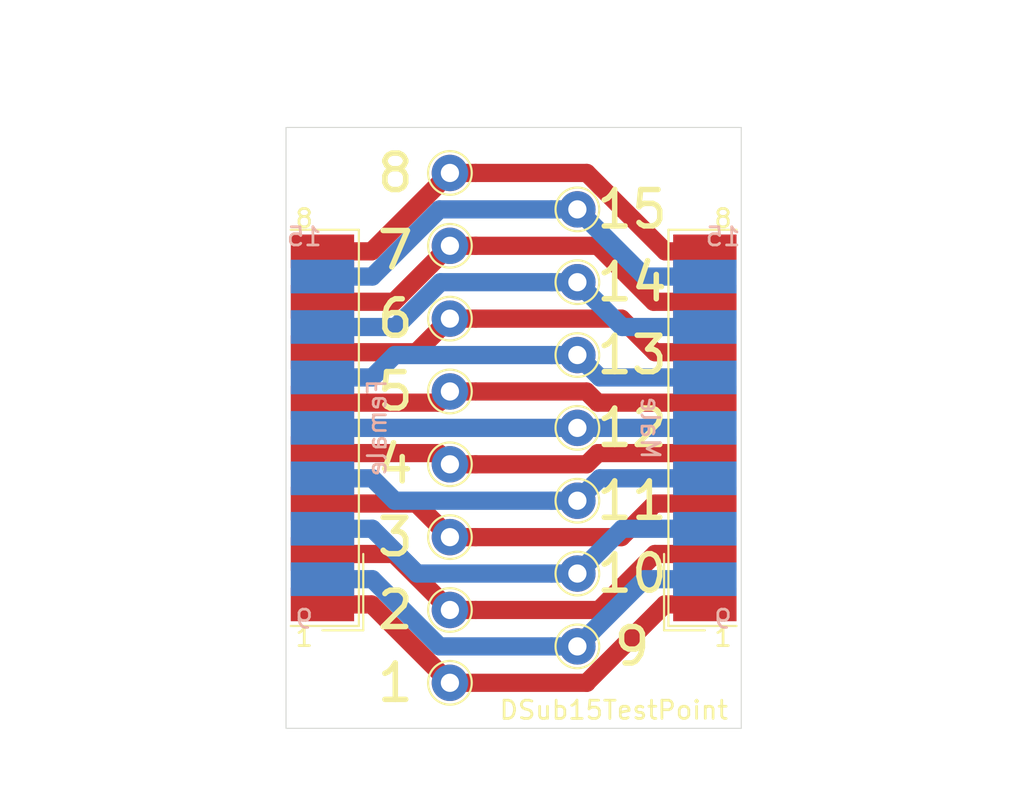
<source format=kicad_pcb>
(kicad_pcb (version 20171130) (host pcbnew "(5.1.5)-3")

  (general
    (thickness 1.6)
    (drawings 27)
    (tracks 86)
    (zones 0)
    (modules 17)
    (nets 16)
  )

  (page A4)
  (layers
    (0 F.Cu signal)
    (31 B.Cu signal)
    (32 B.Adhes user)
    (33 F.Adhes user)
    (34 B.Paste user)
    (35 F.Paste user)
    (36 B.SilkS user)
    (37 F.SilkS user)
    (38 B.Mask user)
    (39 F.Mask user)
    (40 Dwgs.User user)
    (41 Cmts.User user)
    (42 Eco1.User user)
    (43 Eco2.User user)
    (44 Edge.Cuts user)
    (45 Margin user)
    (46 B.CrtYd user)
    (47 F.CrtYd user)
    (48 B.Fab user)
    (49 F.Fab user)
  )

  (setup
    (last_trace_width 0.25)
    (trace_clearance 0.2)
    (zone_clearance 0.508)
    (zone_45_only no)
    (trace_min 0.2)
    (via_size 0.8)
    (via_drill 0.4)
    (via_min_size 0.4)
    (via_min_drill 0.3)
    (uvia_size 0.3)
    (uvia_drill 0.1)
    (uvias_allowed no)
    (uvia_min_size 0.2)
    (uvia_min_drill 0.1)
    (edge_width 0.05)
    (segment_width 0.2)
    (pcb_text_width 0.3)
    (pcb_text_size 1.5 1.5)
    (mod_edge_width 0.12)
    (mod_text_size 1 1)
    (mod_text_width 0.15)
    (pad_size 1.524 1.524)
    (pad_drill 0.762)
    (pad_to_mask_clearance 0.051)
    (solder_mask_min_width 0.25)
    (aux_axis_origin 0 0)
    (visible_elements 7FFFFFFF)
    (pcbplotparams
      (layerselection 0x010fc_ffffffff)
      (usegerberextensions false)
      (usegerberattributes false)
      (usegerberadvancedattributes false)
      (creategerberjobfile false)
      (excludeedgelayer true)
      (linewidth 0.100000)
      (plotframeref false)
      (viasonmask false)
      (mode 1)
      (useauxorigin false)
      (hpglpennumber 1)
      (hpglpenspeed 20)
      (hpglpendiameter 15.000000)
      (psnegative false)
      (psa4output false)
      (plotreference true)
      (plotvalue true)
      (plotinvisibletext false)
      (padsonsilk false)
      (subtractmaskfromsilk false)
      (outputformat 1)
      (mirror false)
      (drillshape 1)
      (scaleselection 1)
      (outputdirectory ""))
  )

  (net 0 "")
  (net 1 P1)
  (net 2 P2)
  (net 3 P3)
  (net 4 P4)
  (net 5 P5)
  (net 6 P6)
  (net 7 P7)
  (net 8 P8)
  (net 9 P9)
  (net 10 P10)
  (net 11 P11)
  (net 12 P12)
  (net 13 P13)
  (net 14 P14)
  (net 15 P15)

  (net_class Default "これはデフォルトのネット クラスです。"
    (clearance 0.2)
    (trace_width 0.25)
    (via_dia 0.8)
    (via_drill 0.4)
    (uvia_dia 0.3)
    (uvia_drill 0.1)
    (add_net P1)
    (add_net P10)
    (add_net P11)
    (add_net P12)
    (add_net P13)
    (add_net P14)
    (add_net P15)
    (add_net P2)
    (add_net P3)
    (add_net P4)
    (add_net P5)
    (add_net P6)
    (add_net P7)
    (add_net P8)
    (add_net P9)
  )

  (module Connector_Dsub:DSUB-15_Female_EdgeMount_P2.77mm (layer F.Cu) (tedit 59FEDEE2) (tstamp 6059F679)
    (at 42 56.5 270)
    (descr "15-pin D-Sub connector, solder-cups edge-mounted, female, x-pin-pitch 2.77mm, distance of mounting holes 33.3mm, see https://disti-assets.s3.amazonaws.com/tonar/files/datasheets/16730.pdf")
    (tags "15-pin D-Sub connector edge mount solder cup female x-pin-pitch 2.77mm mounting holes distance 33.3mm")
    (path /60599B64)
    (attr smd)
    (fp_text reference J1 (at -13.618333 0 90) (layer F.SilkS) hide
      (effects (font (size 1 1) (thickness 0.15)))
    )
    (fp_text value DB15_Female (at 0 16.86 90) (layer F.Fab)
      (effects (font (size 1 1) (thickness 0.15)))
    )
    (fp_line (start 9.095 -0.91) (end 9.095 1.99) (layer F.Fab) (width 0.1))
    (fp_line (start 9.095 1.99) (end 10.295 1.99) (layer F.Fab) (width 0.1))
    (fp_line (start 10.295 1.99) (end 10.295 -0.91) (layer F.Fab) (width 0.1))
    (fp_line (start 10.295 -0.91) (end 9.095 -0.91) (layer F.Fab) (width 0.1))
    (fp_line (start 6.325 -0.91) (end 6.325 1.99) (layer F.Fab) (width 0.1))
    (fp_line (start 6.325 1.99) (end 7.525 1.99) (layer F.Fab) (width 0.1))
    (fp_line (start 7.525 1.99) (end 7.525 -0.91) (layer F.Fab) (width 0.1))
    (fp_line (start 7.525 -0.91) (end 6.325 -0.91) (layer F.Fab) (width 0.1))
    (fp_line (start 3.555 -0.91) (end 3.555 1.99) (layer F.Fab) (width 0.1))
    (fp_line (start 3.555 1.99) (end 4.755 1.99) (layer F.Fab) (width 0.1))
    (fp_line (start 4.755 1.99) (end 4.755 -0.91) (layer F.Fab) (width 0.1))
    (fp_line (start 4.755 -0.91) (end 3.555 -0.91) (layer F.Fab) (width 0.1))
    (fp_line (start 0.785 -0.91) (end 0.785 1.99) (layer F.Fab) (width 0.1))
    (fp_line (start 0.785 1.99) (end 1.985 1.99) (layer F.Fab) (width 0.1))
    (fp_line (start 1.985 1.99) (end 1.985 -0.91) (layer F.Fab) (width 0.1))
    (fp_line (start 1.985 -0.91) (end 0.785 -0.91) (layer F.Fab) (width 0.1))
    (fp_line (start -1.985 -0.91) (end -1.985 1.99) (layer F.Fab) (width 0.1))
    (fp_line (start -1.985 1.99) (end -0.785 1.99) (layer F.Fab) (width 0.1))
    (fp_line (start -0.785 1.99) (end -0.785 -0.91) (layer F.Fab) (width 0.1))
    (fp_line (start -0.785 -0.91) (end -1.985 -0.91) (layer F.Fab) (width 0.1))
    (fp_line (start -4.755 -0.91) (end -4.755 1.99) (layer F.Fab) (width 0.1))
    (fp_line (start -4.755 1.99) (end -3.555 1.99) (layer F.Fab) (width 0.1))
    (fp_line (start -3.555 1.99) (end -3.555 -0.91) (layer F.Fab) (width 0.1))
    (fp_line (start -3.555 -0.91) (end -4.755 -0.91) (layer F.Fab) (width 0.1))
    (fp_line (start -7.525 -0.91) (end -7.525 1.99) (layer F.Fab) (width 0.1))
    (fp_line (start -7.525 1.99) (end -6.325 1.99) (layer F.Fab) (width 0.1))
    (fp_line (start -6.325 1.99) (end -6.325 -0.91) (layer F.Fab) (width 0.1))
    (fp_line (start -6.325 -0.91) (end -7.525 -0.91) (layer F.Fab) (width 0.1))
    (fp_line (start -10.295 -0.91) (end -10.295 1.99) (layer F.Fab) (width 0.1))
    (fp_line (start -10.295 1.99) (end -9.095 1.99) (layer F.Fab) (width 0.1))
    (fp_line (start -9.095 1.99) (end -9.095 -0.91) (layer F.Fab) (width 0.1))
    (fp_line (start -9.095 -0.91) (end -10.295 -0.91) (layer F.Fab) (width 0.1))
    (fp_line (start 7.71 -0.91) (end 7.71 1.99) (layer B.Fab) (width 0.1))
    (fp_line (start 7.71 1.99) (end 8.91 1.99) (layer B.Fab) (width 0.1))
    (fp_line (start 8.91 1.99) (end 8.91 -0.91) (layer B.Fab) (width 0.1))
    (fp_line (start 8.91 -0.91) (end 7.71 -0.91) (layer B.Fab) (width 0.1))
    (fp_line (start 4.94 -0.91) (end 4.94 1.99) (layer B.Fab) (width 0.1))
    (fp_line (start 4.94 1.99) (end 6.14 1.99) (layer B.Fab) (width 0.1))
    (fp_line (start 6.14 1.99) (end 6.14 -0.91) (layer B.Fab) (width 0.1))
    (fp_line (start 6.14 -0.91) (end 4.94 -0.91) (layer B.Fab) (width 0.1))
    (fp_line (start 2.17 -0.91) (end 2.17 1.99) (layer B.Fab) (width 0.1))
    (fp_line (start 2.17 1.99) (end 3.37 1.99) (layer B.Fab) (width 0.1))
    (fp_line (start 3.37 1.99) (end 3.37 -0.91) (layer B.Fab) (width 0.1))
    (fp_line (start 3.37 -0.91) (end 2.17 -0.91) (layer B.Fab) (width 0.1))
    (fp_line (start -0.6 -0.91) (end -0.6 1.99) (layer B.Fab) (width 0.1))
    (fp_line (start -0.6 1.99) (end 0.6 1.99) (layer B.Fab) (width 0.1))
    (fp_line (start 0.6 1.99) (end 0.6 -0.91) (layer B.Fab) (width 0.1))
    (fp_line (start 0.6 -0.91) (end -0.6 -0.91) (layer B.Fab) (width 0.1))
    (fp_line (start -3.37 -0.91) (end -3.37 1.99) (layer B.Fab) (width 0.1))
    (fp_line (start -3.37 1.99) (end -2.17 1.99) (layer B.Fab) (width 0.1))
    (fp_line (start -2.17 1.99) (end -2.17 -0.91) (layer B.Fab) (width 0.1))
    (fp_line (start -2.17 -0.91) (end -3.37 -0.91) (layer B.Fab) (width 0.1))
    (fp_line (start -6.14 -0.91) (end -6.14 1.99) (layer B.Fab) (width 0.1))
    (fp_line (start -6.14 1.99) (end -4.94 1.99) (layer B.Fab) (width 0.1))
    (fp_line (start -4.94 1.99) (end -4.94 -0.91) (layer B.Fab) (width 0.1))
    (fp_line (start -4.94 -0.91) (end -6.14 -0.91) (layer B.Fab) (width 0.1))
    (fp_line (start -8.91 -0.91) (end -8.91 1.99) (layer B.Fab) (width 0.1))
    (fp_line (start -8.91 1.99) (end -7.71 1.99) (layer B.Fab) (width 0.1))
    (fp_line (start -7.71 1.99) (end -7.71 -0.91) (layer B.Fab) (width 0.1))
    (fp_line (start -7.71 -0.91) (end -8.91 -0.91) (layer B.Fab) (width 0.1))
    (fp_line (start -11.7 1.99) (end -11.7 4.79) (layer F.Fab) (width 0.1))
    (fp_line (start -11.7 4.79) (end 11.7 4.79) (layer F.Fab) (width 0.1))
    (fp_line (start 11.7 4.79) (end 11.7 1.99) (layer F.Fab) (width 0.1))
    (fp_line (start 11.7 1.99) (end -11.7 1.99) (layer F.Fab) (width 0.1))
    (fp_line (start -12.7 4.79) (end -12.7 9.29) (layer F.Fab) (width 0.1))
    (fp_line (start -12.7 9.29) (end 12.7 9.29) (layer F.Fab) (width 0.1))
    (fp_line (start 12.7 9.29) (end 12.7 4.79) (layer F.Fab) (width 0.1))
    (fp_line (start 12.7 4.79) (end -12.7 4.79) (layer F.Fab) (width 0.1))
    (fp_line (start -19.6 9.29) (end -19.6 9.69) (layer F.Fab) (width 0.1))
    (fp_line (start -19.6 9.69) (end 19.6 9.69) (layer F.Fab) (width 0.1))
    (fp_line (start 19.6 9.69) (end 19.6 9.29) (layer F.Fab) (width 0.1))
    (fp_line (start 19.6 9.29) (end -19.6 9.29) (layer F.Fab) (width 0.1))
    (fp_line (start -12.3 9.69) (end -12.3 15.86) (layer F.Fab) (width 0.1))
    (fp_line (start -12.3 15.86) (end 12.3 15.86) (layer F.Fab) (width 0.1))
    (fp_line (start 12.3 15.86) (end 12.3 9.69) (layer F.Fab) (width 0.1))
    (fp_line (start 12.3 9.69) (end -12.3 9.69) (layer F.Fab) (width 0.1))
    (fp_line (start -11.15 -2.25) (end 11.15 -2.25) (layer F.CrtYd) (width 0.05))
    (fp_line (start 11.15 -2.25) (end 11.15 1.5) (layer F.CrtYd) (width 0.05))
    (fp_line (start 11.15 1.5) (end 12.2 1.5) (layer F.CrtYd) (width 0.05))
    (fp_line (start 12.2 1.5) (end 12.2 4.3) (layer F.CrtYd) (width 0.05))
    (fp_line (start 12.2 4.3) (end 13.2 4.3) (layer F.CrtYd) (width 0.05))
    (fp_line (start 13.2 4.3) (end 13.2 8.8) (layer F.CrtYd) (width 0.05))
    (fp_line (start 13.2 8.8) (end 20.1 8.8) (layer F.CrtYd) (width 0.05))
    (fp_line (start 20.1 8.8) (end 20.1 10.2) (layer F.CrtYd) (width 0.05))
    (fp_line (start 20.1 10.2) (end 12.8 10.2) (layer F.CrtYd) (width 0.05))
    (fp_line (start 12.8 10.2) (end 12.8 16.4) (layer F.CrtYd) (width 0.05))
    (fp_line (start 12.8 16.4) (end -12.8 16.4) (layer F.CrtYd) (width 0.05))
    (fp_line (start -12.8 16.4) (end -12.8 10.2) (layer F.CrtYd) (width 0.05))
    (fp_line (start -12.8 10.2) (end -20.1 10.2) (layer F.CrtYd) (width 0.05))
    (fp_line (start -20.1 10.2) (end -20.1 8.8) (layer F.CrtYd) (width 0.05))
    (fp_line (start -20.1 8.8) (end -13.2 8.8) (layer F.CrtYd) (width 0.05))
    (fp_line (start -13.2 8.8) (end -13.2 4.3) (layer F.CrtYd) (width 0.05))
    (fp_line (start -13.2 4.3) (end -12.2 4.3) (layer F.CrtYd) (width 0.05))
    (fp_line (start -12.2 4.3) (end -12.2 1.5) (layer F.CrtYd) (width 0.05))
    (fp_line (start -12.2 1.5) (end -11.15 1.5) (layer F.CrtYd) (width 0.05))
    (fp_line (start -11.15 1.5) (end -11.15 -2.25) (layer F.CrtYd) (width 0.05))
    (fp_line (start 10.878333 1.74) (end 10.878333 -2) (layer F.SilkS) (width 0.12))
    (fp_line (start 10.878333 -2) (end -10.878333 -2) (layer F.SilkS) (width 0.12))
    (fp_line (start -10.878333 -2) (end -10.878333 1.74) (layer F.SilkS) (width 0.12))
    (fp_line (start 11.118333 0) (end 11.118333 -2.24) (layer F.SilkS) (width 0.12))
    (fp_line (start 11.118333 -2.24) (end 6.925 -2.24) (layer F.SilkS) (width 0.12))
    (fp_line (start -19.6 1.99) (end 19.6 1.99) (layer Dwgs.User) (width 0.05))
    (fp_text user %R (at 0 3.39 90) (layer F.Fab)
      (effects (font (size 1 1) (thickness 0.15)))
    )
    (fp_text user "PCB edge" (at -14.6 1.323333 90) (layer Dwgs.User)
      (effects (font (size 0.5 0.5) (thickness 0.075)))
    )
    (pad 1 smd rect (at 9.695 0 270) (size 1.846667 3.48) (layers F.Cu F.Paste F.Mask)
      (net 1 P1))
    (pad 2 smd rect (at 6.925 0 270) (size 1.846667 3.48) (layers F.Cu F.Paste F.Mask)
      (net 2 P2))
    (pad 3 smd rect (at 4.155 0 270) (size 1.846667 3.48) (layers F.Cu F.Paste F.Mask)
      (net 3 P3))
    (pad 4 smd rect (at 1.385 0 270) (size 1.846667 3.48) (layers F.Cu F.Paste F.Mask)
      (net 4 P4))
    (pad 5 smd rect (at -1.385 0 270) (size 1.846667 3.48) (layers F.Cu F.Paste F.Mask)
      (net 5 P5))
    (pad 6 smd rect (at -4.155 0 270) (size 1.846667 3.48) (layers F.Cu F.Paste F.Mask)
      (net 6 P6))
    (pad 7 smd rect (at -6.925 0 270) (size 1.846667 3.48) (layers F.Cu F.Paste F.Mask)
      (net 7 P7))
    (pad 8 smd rect (at -9.695 0 270) (size 1.846667 3.48) (layers F.Cu F.Paste F.Mask)
      (net 8 P8))
    (pad 9 smd rect (at 8.31 0 270) (size 1.846667 3.48) (layers B.Cu B.Paste B.Mask)
      (net 9 P9))
    (pad 10 smd rect (at 5.54 0 270) (size 1.846667 3.48) (layers B.Cu B.Paste B.Mask)
      (net 10 P10))
    (pad 11 smd rect (at 2.77 0 270) (size 1.846667 3.48) (layers B.Cu B.Paste B.Mask)
      (net 11 P11))
    (pad 12 smd rect (at 0 0 270) (size 1.846667 3.48) (layers B.Cu B.Paste B.Mask)
      (net 12 P12))
    (pad 13 smd rect (at -2.77 0 270) (size 1.846667 3.48) (layers B.Cu B.Paste B.Mask)
      (net 13 P13))
    (pad 14 smd rect (at -5.54 0 270) (size 1.846667 3.48) (layers B.Cu B.Paste B.Mask)
      (net 14 P14))
    (pad 15 smd rect (at -8.31 0 270) (size 1.846667 3.48) (layers B.Cu B.Paste B.Mask)
      (net 15 P15))
    (model ${KISYS3DMOD}/Connector_Dsub.3dshapes/DSUB-15_Female_EdgeMount_P2.77mm.wrl
      (at (xyz 0 0 0))
      (scale (xyz 1 1 1))
      (rotate (xyz 0 0 0))
    )
  )

  (module Connector_Dsub:DSUB-15_Male_EdgeMount_P2.77mm (layer F.Cu) (tedit 59FEDEE2) (tstamp 6059F6F4)
    (at 63 56.5 90)
    (descr "15-pin D-Sub connector, solder-cups edge-mounted, male, x-pin-pitch 2.77mm, distance of mounting holes 33.3mm, see https://disti-assets.s3.amazonaws.com/tonar/files/datasheets/16730.pdf")
    (tags "15-pin D-Sub connector edge mount solder cup male x-pin-pitch 2.77mm mounting holes distance 33.3mm")
    (path /6059B018)
    (attr smd)
    (fp_text reference J2 (at -13.618333 0 90) (layer F.SilkS) hide
      (effects (font (size 1 1) (thickness 0.15)))
    )
    (fp_text value DB15_Male (at 0 16.69 90) (layer F.Fab)
      (effects (font (size 1 1) (thickness 0.15)))
    )
    (fp_line (start -10.295 -0.91) (end -10.295 1.99) (layer F.Fab) (width 0.1))
    (fp_line (start -10.295 1.99) (end -9.095 1.99) (layer F.Fab) (width 0.1))
    (fp_line (start -9.095 1.99) (end -9.095 -0.91) (layer F.Fab) (width 0.1))
    (fp_line (start -9.095 -0.91) (end -10.295 -0.91) (layer F.Fab) (width 0.1))
    (fp_line (start -7.525 -0.91) (end -7.525 1.99) (layer F.Fab) (width 0.1))
    (fp_line (start -7.525 1.99) (end -6.325 1.99) (layer F.Fab) (width 0.1))
    (fp_line (start -6.325 1.99) (end -6.325 -0.91) (layer F.Fab) (width 0.1))
    (fp_line (start -6.325 -0.91) (end -7.525 -0.91) (layer F.Fab) (width 0.1))
    (fp_line (start -4.755 -0.91) (end -4.755 1.99) (layer F.Fab) (width 0.1))
    (fp_line (start -4.755 1.99) (end -3.555 1.99) (layer F.Fab) (width 0.1))
    (fp_line (start -3.555 1.99) (end -3.555 -0.91) (layer F.Fab) (width 0.1))
    (fp_line (start -3.555 -0.91) (end -4.755 -0.91) (layer F.Fab) (width 0.1))
    (fp_line (start -1.985 -0.91) (end -1.985 1.99) (layer F.Fab) (width 0.1))
    (fp_line (start -1.985 1.99) (end -0.785 1.99) (layer F.Fab) (width 0.1))
    (fp_line (start -0.785 1.99) (end -0.785 -0.91) (layer F.Fab) (width 0.1))
    (fp_line (start -0.785 -0.91) (end -1.985 -0.91) (layer F.Fab) (width 0.1))
    (fp_line (start 0.785 -0.91) (end 0.785 1.99) (layer F.Fab) (width 0.1))
    (fp_line (start 0.785 1.99) (end 1.985 1.99) (layer F.Fab) (width 0.1))
    (fp_line (start 1.985 1.99) (end 1.985 -0.91) (layer F.Fab) (width 0.1))
    (fp_line (start 1.985 -0.91) (end 0.785 -0.91) (layer F.Fab) (width 0.1))
    (fp_line (start 3.555 -0.91) (end 3.555 1.99) (layer F.Fab) (width 0.1))
    (fp_line (start 3.555 1.99) (end 4.755 1.99) (layer F.Fab) (width 0.1))
    (fp_line (start 4.755 1.99) (end 4.755 -0.91) (layer F.Fab) (width 0.1))
    (fp_line (start 4.755 -0.91) (end 3.555 -0.91) (layer F.Fab) (width 0.1))
    (fp_line (start 6.325 -0.91) (end 6.325 1.99) (layer F.Fab) (width 0.1))
    (fp_line (start 6.325 1.99) (end 7.525 1.99) (layer F.Fab) (width 0.1))
    (fp_line (start 7.525 1.99) (end 7.525 -0.91) (layer F.Fab) (width 0.1))
    (fp_line (start 7.525 -0.91) (end 6.325 -0.91) (layer F.Fab) (width 0.1))
    (fp_line (start 9.095 -0.91) (end 9.095 1.99) (layer F.Fab) (width 0.1))
    (fp_line (start 9.095 1.99) (end 10.295 1.99) (layer F.Fab) (width 0.1))
    (fp_line (start 10.295 1.99) (end 10.295 -0.91) (layer F.Fab) (width 0.1))
    (fp_line (start 10.295 -0.91) (end 9.095 -0.91) (layer F.Fab) (width 0.1))
    (fp_line (start -8.91 -0.91) (end -8.91 1.99) (layer B.Fab) (width 0.1))
    (fp_line (start -8.91 1.99) (end -7.71 1.99) (layer B.Fab) (width 0.1))
    (fp_line (start -7.71 1.99) (end -7.71 -0.91) (layer B.Fab) (width 0.1))
    (fp_line (start -7.71 -0.91) (end -8.91 -0.91) (layer B.Fab) (width 0.1))
    (fp_line (start -6.14 -0.91) (end -6.14 1.99) (layer B.Fab) (width 0.1))
    (fp_line (start -6.14 1.99) (end -4.94 1.99) (layer B.Fab) (width 0.1))
    (fp_line (start -4.94 1.99) (end -4.94 -0.91) (layer B.Fab) (width 0.1))
    (fp_line (start -4.94 -0.91) (end -6.14 -0.91) (layer B.Fab) (width 0.1))
    (fp_line (start -3.37 -0.91) (end -3.37 1.99) (layer B.Fab) (width 0.1))
    (fp_line (start -3.37 1.99) (end -2.17 1.99) (layer B.Fab) (width 0.1))
    (fp_line (start -2.17 1.99) (end -2.17 -0.91) (layer B.Fab) (width 0.1))
    (fp_line (start -2.17 -0.91) (end -3.37 -0.91) (layer B.Fab) (width 0.1))
    (fp_line (start -0.6 -0.91) (end -0.6 1.99) (layer B.Fab) (width 0.1))
    (fp_line (start -0.6 1.99) (end 0.6 1.99) (layer B.Fab) (width 0.1))
    (fp_line (start 0.6 1.99) (end 0.6 -0.91) (layer B.Fab) (width 0.1))
    (fp_line (start 0.6 -0.91) (end -0.6 -0.91) (layer B.Fab) (width 0.1))
    (fp_line (start 2.17 -0.91) (end 2.17 1.99) (layer B.Fab) (width 0.1))
    (fp_line (start 2.17 1.99) (end 3.37 1.99) (layer B.Fab) (width 0.1))
    (fp_line (start 3.37 1.99) (end 3.37 -0.91) (layer B.Fab) (width 0.1))
    (fp_line (start 3.37 -0.91) (end 2.17 -0.91) (layer B.Fab) (width 0.1))
    (fp_line (start 4.94 -0.91) (end 4.94 1.99) (layer B.Fab) (width 0.1))
    (fp_line (start 4.94 1.99) (end 6.14 1.99) (layer B.Fab) (width 0.1))
    (fp_line (start 6.14 1.99) (end 6.14 -0.91) (layer B.Fab) (width 0.1))
    (fp_line (start 6.14 -0.91) (end 4.94 -0.91) (layer B.Fab) (width 0.1))
    (fp_line (start 7.71 -0.91) (end 7.71 1.99) (layer B.Fab) (width 0.1))
    (fp_line (start 7.71 1.99) (end 8.91 1.99) (layer B.Fab) (width 0.1))
    (fp_line (start 8.91 1.99) (end 8.91 -0.91) (layer B.Fab) (width 0.1))
    (fp_line (start 8.91 -0.91) (end 7.71 -0.91) (layer B.Fab) (width 0.1))
    (fp_line (start -11.7 1.99) (end -11.7 4.79) (layer F.Fab) (width 0.1))
    (fp_line (start -11.7 4.79) (end 11.7 4.79) (layer F.Fab) (width 0.1))
    (fp_line (start 11.7 4.79) (end 11.7 1.99) (layer F.Fab) (width 0.1))
    (fp_line (start 11.7 1.99) (end -11.7 1.99) (layer F.Fab) (width 0.1))
    (fp_line (start -12.7 4.79) (end -12.7 9.29) (layer F.Fab) (width 0.1))
    (fp_line (start -12.7 9.29) (end 12.7 9.29) (layer F.Fab) (width 0.1))
    (fp_line (start 12.7 9.29) (end 12.7 4.79) (layer F.Fab) (width 0.1))
    (fp_line (start 12.7 4.79) (end -12.7 4.79) (layer F.Fab) (width 0.1))
    (fp_line (start -19.6 9.29) (end -19.6 9.69) (layer F.Fab) (width 0.1))
    (fp_line (start -19.6 9.69) (end 19.6 9.69) (layer F.Fab) (width 0.1))
    (fp_line (start 19.6 9.69) (end 19.6 9.29) (layer F.Fab) (width 0.1))
    (fp_line (start 19.6 9.29) (end -19.6 9.29) (layer F.Fab) (width 0.1))
    (fp_line (start -12.3 9.69) (end -12.3 15.69) (layer F.Fab) (width 0.1))
    (fp_line (start -12.3 15.69) (end 12.3 15.69) (layer F.Fab) (width 0.1))
    (fp_line (start 12.3 15.69) (end 12.3 9.69) (layer F.Fab) (width 0.1))
    (fp_line (start 12.3 9.69) (end -12.3 9.69) (layer F.Fab) (width 0.1))
    (fp_line (start -11.15 -2.25) (end 11.15 -2.25) (layer F.CrtYd) (width 0.05))
    (fp_line (start 11.15 -2.25) (end 11.15 1.5) (layer F.CrtYd) (width 0.05))
    (fp_line (start 11.15 1.5) (end 12.2 1.5) (layer F.CrtYd) (width 0.05))
    (fp_line (start 12.2 1.5) (end 12.2 4.3) (layer F.CrtYd) (width 0.05))
    (fp_line (start 12.2 4.3) (end 13.2 4.3) (layer F.CrtYd) (width 0.05))
    (fp_line (start 13.2 4.3) (end 13.2 8.8) (layer F.CrtYd) (width 0.05))
    (fp_line (start 13.2 8.8) (end 20.1 8.8) (layer F.CrtYd) (width 0.05))
    (fp_line (start 20.1 8.8) (end 20.1 10.2) (layer F.CrtYd) (width 0.05))
    (fp_line (start 20.1 10.2) (end 12.8 10.2) (layer F.CrtYd) (width 0.05))
    (fp_line (start 12.8 10.2) (end 12.8 16.2) (layer F.CrtYd) (width 0.05))
    (fp_line (start 12.8 16.2) (end -12.8 16.2) (layer F.CrtYd) (width 0.05))
    (fp_line (start -12.8 16.2) (end -12.8 10.2) (layer F.CrtYd) (width 0.05))
    (fp_line (start -12.8 10.2) (end -20.1 10.2) (layer F.CrtYd) (width 0.05))
    (fp_line (start -20.1 10.2) (end -20.1 8.8) (layer F.CrtYd) (width 0.05))
    (fp_line (start -20.1 8.8) (end -13.2 8.8) (layer F.CrtYd) (width 0.05))
    (fp_line (start -13.2 8.8) (end -13.2 4.3) (layer F.CrtYd) (width 0.05))
    (fp_line (start -13.2 4.3) (end -12.2 4.3) (layer F.CrtYd) (width 0.05))
    (fp_line (start -12.2 4.3) (end -12.2 1.5) (layer F.CrtYd) (width 0.05))
    (fp_line (start -12.2 1.5) (end -11.15 1.5) (layer F.CrtYd) (width 0.05))
    (fp_line (start -11.15 1.5) (end -11.15 -2.25) (layer F.CrtYd) (width 0.05))
    (fp_line (start 10.878333 1.74) (end 10.878333 -2) (layer F.SilkS) (width 0.12))
    (fp_line (start 10.878333 -2) (end -10.878333 -2) (layer F.SilkS) (width 0.12))
    (fp_line (start -10.878333 -2) (end -10.878333 1.74) (layer F.SilkS) (width 0.12))
    (fp_line (start -11.118333 0) (end -11.118333 -2.24) (layer F.SilkS) (width 0.12))
    (fp_line (start -11.118333 -2.24) (end -6.925 -2.24) (layer F.SilkS) (width 0.12))
    (fp_line (start -19.6 1.99) (end 19.6 1.99) (layer Dwgs.User) (width 0.05))
    (fp_text user %R (at 0 3.39 90) (layer F.Fab)
      (effects (font (size 1 1) (thickness 0.15)))
    )
    (fp_text user "PCB edge" (at -14.6 1.323333 90) (layer Dwgs.User)
      (effects (font (size 0.5 0.5) (thickness 0.075)))
    )
    (pad 1 smd rect (at -9.695 0 90) (size 1.846667 3.48) (layers F.Cu F.Paste F.Mask)
      (net 1 P1))
    (pad 2 smd rect (at -6.925 0 90) (size 1.846667 3.48) (layers F.Cu F.Paste F.Mask)
      (net 2 P2))
    (pad 3 smd rect (at -4.155 0 90) (size 1.846667 3.48) (layers F.Cu F.Paste F.Mask)
      (net 3 P3))
    (pad 4 smd rect (at -1.385 0 90) (size 1.846667 3.48) (layers F.Cu F.Paste F.Mask)
      (net 4 P4))
    (pad 5 smd rect (at 1.385 0 90) (size 1.846667 3.48) (layers F.Cu F.Paste F.Mask)
      (net 5 P5))
    (pad 6 smd rect (at 4.155 0 90) (size 1.846667 3.48) (layers F.Cu F.Paste F.Mask)
      (net 6 P6))
    (pad 7 smd rect (at 6.925 0 90) (size 1.846667 3.48) (layers F.Cu F.Paste F.Mask)
      (net 7 P7))
    (pad 8 smd rect (at 9.695 0 90) (size 1.846667 3.48) (layers F.Cu F.Paste F.Mask)
      (net 8 P8))
    (pad 9 smd rect (at -8.31 0 90) (size 1.846667 3.48) (layers B.Cu B.Paste B.Mask)
      (net 9 P9))
    (pad 10 smd rect (at -5.54 0 90) (size 1.846667 3.48) (layers B.Cu B.Paste B.Mask)
      (net 10 P10))
    (pad 11 smd rect (at -2.77 0 90) (size 1.846667 3.48) (layers B.Cu B.Paste B.Mask)
      (net 11 P11))
    (pad 12 smd rect (at 0 0 90) (size 1.846667 3.48) (layers B.Cu B.Paste B.Mask)
      (net 12 P12))
    (pad 13 smd rect (at 2.77 0 90) (size 1.846667 3.48) (layers B.Cu B.Paste B.Mask)
      (net 13 P13))
    (pad 14 smd rect (at 5.54 0 90) (size 1.846667 3.48) (layers B.Cu B.Paste B.Mask)
      (net 14 P14))
    (pad 15 smd rect (at 8.31 0 90) (size 1.846667 3.48) (layers B.Cu B.Paste B.Mask)
      (net 15 P15))
    (model ${KISYS3DMOD}/Connector_Dsub.3dshapes/DSUB-15_Male_EdgeMount_P2.77mm.wrl
      (at (xyz 0 0 0))
      (scale (xyz 1 1 1))
      (rotate (xyz 0 0 0))
    )
  )

  (module TestPoint:TestPoint_THTPad_D2.0mm_Drill1.0mm (layer F.Cu) (tedit 5A0F774F) (tstamp 6059F6FC)
    (at 49 70.5)
    (descr "THT pad as test Point, diameter 2.0mm, hole diameter 1.0mm")
    (tags "test point THT pad")
    (path /6059C2A5)
    (attr virtual)
    (fp_text reference 1 (at -3 0) (layer F.SilkS)
      (effects (font (size 2 2) (thickness 0.3)))
    )
    (fp_text value TestPoint (at 0 2.05) (layer F.Fab)
      (effects (font (size 1 1) (thickness 0.15)))
    )
    (fp_text user %R (at 0 -2) (layer F.Fab)
      (effects (font (size 1 1) (thickness 0.15)))
    )
    (fp_circle (center 0 0) (end 1.5 0) (layer F.CrtYd) (width 0.05))
    (fp_circle (center 0 0) (end 0 1.2) (layer F.SilkS) (width 0.12))
    (pad 1 thru_hole circle (at 0 0) (size 2 2) (drill 1) (layers *.Cu *.Mask)
      (net 1 P1))
  )

  (module TestPoint:TestPoint_THTPad_D2.0mm_Drill1.0mm (layer F.Cu) (tedit 5A0F774F) (tstamp 6059F704)
    (at 49 66.5)
    (descr "THT pad as test Point, diameter 2.0mm, hole diameter 1.0mm")
    (tags "test point THT pad")
    (path /605A38C7)
    (attr virtual)
    (fp_text reference 2 (at -3 0) (layer F.SilkS)
      (effects (font (size 2 2) (thickness 0.3)))
    )
    (fp_text value TestPoint (at 0 2.05) (layer F.Fab)
      (effects (font (size 1 1) (thickness 0.15)))
    )
    (fp_circle (center 0 0) (end 0 1.2) (layer F.SilkS) (width 0.12))
    (fp_circle (center 0 0) (end 1.5 0) (layer F.CrtYd) (width 0.05))
    (fp_text user %R (at 0 -2) (layer F.Fab)
      (effects (font (size 1 1) (thickness 0.15)))
    )
    (pad 1 thru_hole circle (at 0 0) (size 2 2) (drill 1) (layers *.Cu *.Mask)
      (net 2 P2))
  )

  (module TestPoint:TestPoint_THTPad_D2.0mm_Drill1.0mm (layer F.Cu) (tedit 5A0F774F) (tstamp 6059F70C)
    (at 49 62.5)
    (descr "THT pad as test Point, diameter 2.0mm, hole diameter 1.0mm")
    (tags "test point THT pad")
    (path /605A3D31)
    (attr virtual)
    (fp_text reference 3 (at -3 0) (layer F.SilkS)
      (effects (font (size 2 2) (thickness 0.3)))
    )
    (fp_text value TestPoint (at 0 2.05) (layer F.Fab)
      (effects (font (size 1 1) (thickness 0.15)))
    )
    (fp_text user %R (at 0 -2) (layer F.Fab)
      (effects (font (size 1 1) (thickness 0.15)))
    )
    (fp_circle (center 0 0) (end 1.5 0) (layer F.CrtYd) (width 0.05))
    (fp_circle (center 0 0) (end 0 1.2) (layer F.SilkS) (width 0.12))
    (pad 1 thru_hole circle (at 0 0) (size 2 2) (drill 1) (layers *.Cu *.Mask)
      (net 3 P3))
  )

  (module TestPoint:TestPoint_THTPad_D2.0mm_Drill1.0mm (layer F.Cu) (tedit 5A0F774F) (tstamp 6059F714)
    (at 49 58.5)
    (descr "THT pad as test Point, diameter 2.0mm, hole diameter 1.0mm")
    (tags "test point THT pad")
    (path /605A3D3B)
    (attr virtual)
    (fp_text reference 4 (at -3 0) (layer F.SilkS)
      (effects (font (size 2 2) (thickness 0.3)))
    )
    (fp_text value TestPoint (at 0 2.05) (layer F.Fab)
      (effects (font (size 1 1) (thickness 0.15)))
    )
    (fp_circle (center 0 0) (end 0 1.2) (layer F.SilkS) (width 0.12))
    (fp_circle (center 0 0) (end 1.5 0) (layer F.CrtYd) (width 0.05))
    (fp_text user %R (at 0 -2) (layer F.Fab)
      (effects (font (size 1 1) (thickness 0.15)))
    )
    (pad 1 thru_hole circle (at 0 0) (size 2 2) (drill 1) (layers *.Cu *.Mask)
      (net 4 P4))
  )

  (module TestPoint:TestPoint_THTPad_D2.0mm_Drill1.0mm (layer F.Cu) (tedit 5A0F774F) (tstamp 6059F71C)
    (at 49 54.5)
    (descr "THT pad as test Point, diameter 2.0mm, hole diameter 1.0mm")
    (tags "test point THT pad")
    (path /605A44D9)
    (attr virtual)
    (fp_text reference 5 (at -3 0) (layer F.SilkS)
      (effects (font (size 2 2) (thickness 0.3)))
    )
    (fp_text value TestPoint (at 0 2.05) (layer F.Fab)
      (effects (font (size 1 1) (thickness 0.15)))
    )
    (fp_text user %R (at 0 -2) (layer F.Fab)
      (effects (font (size 1 1) (thickness 0.15)))
    )
    (fp_circle (center 0 0) (end 1.5 0) (layer F.CrtYd) (width 0.05))
    (fp_circle (center 0 0) (end 0 1.2) (layer F.SilkS) (width 0.12))
    (pad 1 thru_hole circle (at 0 0) (size 2 2) (drill 1) (layers *.Cu *.Mask)
      (net 5 P5))
  )

  (module TestPoint:TestPoint_THTPad_D2.0mm_Drill1.0mm (layer F.Cu) (tedit 5A0F774F) (tstamp 6059F724)
    (at 49 50.5)
    (descr "THT pad as test Point, diameter 2.0mm, hole diameter 1.0mm")
    (tags "test point THT pad")
    (path /605A44E3)
    (attr virtual)
    (fp_text reference 6 (at -3 0) (layer F.SilkS)
      (effects (font (size 2 2) (thickness 0.3)))
    )
    (fp_text value TestPoint (at 0 2.05) (layer F.Fab)
      (effects (font (size 1 1) (thickness 0.15)))
    )
    (fp_circle (center 0 0) (end 0 1.2) (layer F.SilkS) (width 0.12))
    (fp_circle (center 0 0) (end 1.5 0) (layer F.CrtYd) (width 0.05))
    (fp_text user %R (at 0 -2) (layer F.Fab)
      (effects (font (size 1 1) (thickness 0.15)))
    )
    (pad 1 thru_hole circle (at 0 0) (size 2 2) (drill 1) (layers *.Cu *.Mask)
      (net 6 P6))
  )

  (module TestPoint:TestPoint_THTPad_D2.0mm_Drill1.0mm (layer F.Cu) (tedit 5A0F774F) (tstamp 6059F72C)
    (at 49 46.5)
    (descr "THT pad as test Point, diameter 2.0mm, hole diameter 1.0mm")
    (tags "test point THT pad")
    (path /605A44ED)
    (attr virtual)
    (fp_text reference 7 (at -3 0.25) (layer F.SilkS)
      (effects (font (size 2 2) (thickness 0.3)))
    )
    (fp_text value TestPoint (at 0 2.05) (layer F.Fab)
      (effects (font (size 1 1) (thickness 0.15)))
    )
    (fp_text user %R (at 0 -2) (layer F.Fab)
      (effects (font (size 1 1) (thickness 0.15)))
    )
    (fp_circle (center 0 0) (end 1.5 0) (layer F.CrtYd) (width 0.05))
    (fp_circle (center 0 0) (end 0 1.2) (layer F.SilkS) (width 0.12))
    (pad 1 thru_hole circle (at 0 0) (size 2 2) (drill 1) (layers *.Cu *.Mask)
      (net 7 P7))
  )

  (module TestPoint:TestPoint_THTPad_D2.0mm_Drill1.0mm (layer F.Cu) (tedit 5A0F774F) (tstamp 6059F734)
    (at 49 42.5)
    (descr "THT pad as test Point, diameter 2.0mm, hole diameter 1.0mm")
    (tags "test point THT pad")
    (path /605A44F7)
    (attr virtual)
    (fp_text reference 8 (at -3 0) (layer F.SilkS)
      (effects (font (size 2 2) (thickness 0.3)))
    )
    (fp_text value TestPoint (at 0 2.05) (layer F.Fab)
      (effects (font (size 1 1) (thickness 0.15)))
    )
    (fp_text user %R (at 0 -2) (layer F.Fab)
      (effects (font (size 1 1) (thickness 0.15)))
    )
    (fp_circle (center 0 0) (end 1.5 0) (layer F.CrtYd) (width 0.05))
    (fp_circle (center 0 0) (end 0 1.2) (layer F.SilkS) (width 0.12))
    (pad 1 thru_hole circle (at 0 0) (size 2 2) (drill 1) (layers *.Cu *.Mask)
      (net 8 P8))
  )

  (module TestPoint:TestPoint_THTPad_D2.0mm_Drill1.0mm (layer F.Cu) (tedit 5A0F774F) (tstamp 6059F73C)
    (at 56 68.5)
    (descr "THT pad as test Point, diameter 2.0mm, hole diameter 1.0mm")
    (tags "test point THT pad")
    (path /605A5147)
    (attr virtual)
    (fp_text reference 9 (at 3 0) (layer F.SilkS)
      (effects (font (size 2 2) (thickness 0.3)))
    )
    (fp_text value TestPoint (at 0 2.05) (layer F.Fab)
      (effects (font (size 1 1) (thickness 0.15)))
    )
    (fp_circle (center 0 0) (end 0 1.2) (layer F.SilkS) (width 0.12))
    (fp_circle (center 0 0) (end 1.5 0) (layer F.CrtYd) (width 0.05))
    (fp_text user %R (at 0 -2) (layer F.Fab)
      (effects (font (size 1 1) (thickness 0.15)))
    )
    (pad 1 thru_hole circle (at 0 0) (size 2 2) (drill 1) (layers *.Cu *.Mask)
      (net 9 P9))
  )

  (module TestPoint:TestPoint_THTPad_D2.0mm_Drill1.0mm (layer F.Cu) (tedit 5A0F774F) (tstamp 6059F744)
    (at 56 64.5)
    (descr "THT pad as test Point, diameter 2.0mm, hole diameter 1.0mm")
    (tags "test point THT pad")
    (path /605A5151)
    (attr virtual)
    (fp_text reference 10 (at 3 0) (layer F.SilkS)
      (effects (font (size 2 2) (thickness 0.3)))
    )
    (fp_text value TestPoint (at 0 2.05) (layer F.Fab)
      (effects (font (size 1 1) (thickness 0.15)))
    )
    (fp_text user %R (at 0 -2) (layer F.Fab)
      (effects (font (size 1 1) (thickness 0.15)))
    )
    (fp_circle (center 0 0) (end 1.5 0) (layer F.CrtYd) (width 0.05))
    (fp_circle (center 0 0) (end 0 1.2) (layer F.SilkS) (width 0.12))
    (pad 1 thru_hole circle (at 0 0) (size 2 2) (drill 1) (layers *.Cu *.Mask)
      (net 10 P10))
  )

  (module TestPoint:TestPoint_THTPad_D2.0mm_Drill1.0mm (layer F.Cu) (tedit 5A0F774F) (tstamp 6059F74C)
    (at 56 60.5)
    (descr "THT pad as test Point, diameter 2.0mm, hole diameter 1.0mm")
    (tags "test point THT pad")
    (path /605A515B)
    (attr virtual)
    (fp_text reference 11 (at 3 0) (layer F.SilkS)
      (effects (font (size 2 2) (thickness 0.3)))
    )
    (fp_text value TestPoint (at 0 2.05) (layer F.Fab)
      (effects (font (size 1 1) (thickness 0.15)))
    )
    (fp_circle (center 0 0) (end 0 1.2) (layer F.SilkS) (width 0.12))
    (fp_circle (center 0 0) (end 1.5 0) (layer F.CrtYd) (width 0.05))
    (fp_text user %R (at 0 -2) (layer F.Fab)
      (effects (font (size 1 1) (thickness 0.15)))
    )
    (pad 1 thru_hole circle (at 0 0) (size 2 2) (drill 1) (layers *.Cu *.Mask)
      (net 11 P11))
  )

  (module TestPoint:TestPoint_THTPad_D2.0mm_Drill1.0mm (layer F.Cu) (tedit 5A0F774F) (tstamp 6059F754)
    (at 56 56.5)
    (descr "THT pad as test Point, diameter 2.0mm, hole diameter 1.0mm")
    (tags "test point THT pad")
    (path /605A5165)
    (attr virtual)
    (fp_text reference 12 (at 3 0) (layer F.SilkS)
      (effects (font (size 2 2) (thickness 0.3)))
    )
    (fp_text value TestPoint (at 0 2.05) (layer F.Fab)
      (effects (font (size 1 1) (thickness 0.15)))
    )
    (fp_text user %R (at 0 -2) (layer F.Fab)
      (effects (font (size 1 1) (thickness 0.15)))
    )
    (fp_circle (center 0 0) (end 1.5 0) (layer F.CrtYd) (width 0.05))
    (fp_circle (center 0 0) (end 0 1.2) (layer F.SilkS) (width 0.12))
    (pad 1 thru_hole circle (at 0 0) (size 2 2) (drill 1) (layers *.Cu *.Mask)
      (net 12 P12))
  )

  (module TestPoint:TestPoint_THTPad_D2.0mm_Drill1.0mm (layer F.Cu) (tedit 5A0F774F) (tstamp 6059F75C)
    (at 56 52.5)
    (descr "THT pad as test Point, diameter 2.0mm, hole diameter 1.0mm")
    (tags "test point THT pad")
    (path /605A516F)
    (attr virtual)
    (fp_text reference 13 (at 3 0) (layer F.SilkS)
      (effects (font (size 2 2) (thickness 0.3)))
    )
    (fp_text value TestPoint (at 0 2.05) (layer F.Fab)
      (effects (font (size 1 1) (thickness 0.15)))
    )
    (fp_circle (center 0 0) (end 0 1.2) (layer F.SilkS) (width 0.12))
    (fp_circle (center 0 0) (end 1.5 0) (layer F.CrtYd) (width 0.05))
    (fp_text user %R (at 0 -2) (layer F.Fab)
      (effects (font (size 1 1) (thickness 0.15)))
    )
    (pad 1 thru_hole circle (at 0 0) (size 2 2) (drill 1) (layers *.Cu *.Mask)
      (net 13 P13))
  )

  (module TestPoint:TestPoint_THTPad_D2.0mm_Drill1.0mm (layer F.Cu) (tedit 5A0F774F) (tstamp 6059F764)
    (at 56 48.5)
    (descr "THT pad as test Point, diameter 2.0mm, hole diameter 1.0mm")
    (tags "test point THT pad")
    (path /605A5179)
    (attr virtual)
    (fp_text reference 14 (at 3 0) (layer F.SilkS)
      (effects (font (size 2 2) (thickness 0.3)))
    )
    (fp_text value TestPoint (at 0 2.05) (layer F.Fab)
      (effects (font (size 1 1) (thickness 0.15)))
    )
    (fp_text user %R (at 0 -2) (layer F.Fab)
      (effects (font (size 1 1) (thickness 0.15)))
    )
    (fp_circle (center 0 0) (end 1.5 0) (layer F.CrtYd) (width 0.05))
    (fp_circle (center 0 0) (end 0 1.2) (layer F.SilkS) (width 0.12))
    (pad 1 thru_hole circle (at 0 0) (size 2 2) (drill 1) (layers *.Cu *.Mask)
      (net 14 P14))
  )

  (module TestPoint:TestPoint_THTPad_D2.0mm_Drill1.0mm (layer F.Cu) (tedit 5A0F774F) (tstamp 6059F76C)
    (at 56 44.5)
    (descr "THT pad as test Point, diameter 2.0mm, hole diameter 1.0mm")
    (tags "test point THT pad")
    (path /605A5183)
    (attr virtual)
    (fp_text reference 15 (at 3 0) (layer F.SilkS)
      (effects (font (size 2 2) (thickness 0.3)))
    )
    (fp_text value TestPoint (at 0 2.05) (layer F.Fab)
      (effects (font (size 1 1) (thickness 0.15)))
    )
    (fp_circle (center 0 0) (end 0 1.2) (layer F.SilkS) (width 0.12))
    (fp_circle (center 0 0) (end 1.5 0) (layer F.CrtYd) (width 0.05))
    (fp_text user %R (at 0 -2) (layer F.Fab)
      (effects (font (size 1 1) (thickness 0.15)))
    )
    (pad 1 thru_hole circle (at 0 0) (size 2 2) (drill 1) (layers *.Cu *.Mask)
      (net 15 P15))
  )

  (gr_line (start 65 40) (end 40 40) (layer Edge.Cuts) (width 0.05) (tstamp 605B0779))
  (gr_line (start 65 73) (end 65 40) (layer Edge.Cuts) (width 0.05))
  (gr_line (start 40 73) (end 65 73) (layer Edge.Cuts) (width 0.05))
  (gr_line (start 40 40) (end 40 73) (layer Edge.Cuts) (width 0.05))
  (gr_line (start 65 40) (end 40 40) (layer Eco2.User) (width 0.15) (tstamp 605A0B95))
  (gr_line (start 65 73) (end 65 40) (layer Eco2.User) (width 0.15))
  (gr_line (start 40 73) (end 65 73) (layer Eco2.User) (width 0.15))
  (gr_line (start 40 40) (end 40 73) (layer Eco2.User) (width 0.15))
  (gr_text DSub15TestPoint (at 58 72) (layer F.SilkS)
    (effects (font (size 1 1) (thickness 0.15)))
  )
  (gr_text Male (at 60 56.5 -90) (layer B.SilkS)
    (effects (font (size 1 1) (thickness 0.15)) (justify mirror))
  )
  (gr_text Female (at 45 56.5 90) (layer B.SilkS)
    (effects (font (size 1 1) (thickness 0.15)) (justify mirror))
  )
  (gr_text 9 (at 64 67) (layer B.SilkS)
    (effects (font (size 1 1) (thickness 0.15)) (justify mirror))
  )
  (gr_text 9 (at 41 67) (layer B.SilkS)
    (effects (font (size 1 1) (thickness 0.15)) (justify mirror))
  )
  (gr_text 15 (at 64 46) (layer B.SilkS)
    (effects (font (size 1 1) (thickness 0.15)) (justify mirror))
  )
  (gr_text 15 (at 41 46) (layer B.SilkS)
    (effects (font (size 1 1) (thickness 0.15)) (justify mirror))
  )
  (gr_text 8 (at 64 45) (layer F.SilkS)
    (effects (font (size 1 1) (thickness 0.15)))
  )
  (gr_text 1 (at 64 68) (layer F.SilkS)
    (effects (font (size 1 1) (thickness 0.15)))
  )
  (gr_text 1 (at 41 68) (layer F.SilkS)
    (effects (font (size 1 1) (thickness 0.15)))
  )
  (gr_text 8 (at 41 45) (layer F.SilkS)
    (effects (font (size 1 1) (thickness 0.15)))
  )
  (gr_line (start 40 56.5) (end 65 56.5) (layer Eco1.User) (width 0.15))
  (dimension 9 (width 0.15) (layer Eco1.User) (tstamp 605A0304)
    (gr_text "9.000 mm" (at 60.5 36.2) (layer Eco1.User) (tstamp 605A0304)
      (effects (font (size 1 1) (thickness 0.15)))
    )
    (feature1 (pts (xy 65 40) (xy 65 36.913579)))
    (feature2 (pts (xy 56 40) (xy 56 36.913579)))
    (crossbar (pts (xy 56 37.5) (xy 65 37.5)))
    (arrow1a (pts (xy 65 37.5) (xy 63.873496 38.086421)))
    (arrow1b (pts (xy 65 37.5) (xy 63.873496 36.913579)))
    (arrow2a (pts (xy 56 37.5) (xy 57.126504 38.086421)))
    (arrow2b (pts (xy 56 37.5) (xy 57.126504 36.913579)))
  )
  (dimension 9 (width 0.15) (layer Eco1.User)
    (gr_text "9.000 mm" (at 44.5 36.2) (layer Eco1.User)
      (effects (font (size 1 1) (thickness 0.15)))
    )
    (feature1 (pts (xy 49 40) (xy 49 36.913579)))
    (feature2 (pts (xy 40 40) (xy 40 36.913579)))
    (crossbar (pts (xy 40 37.5) (xy 49 37.5)))
    (arrow1a (pts (xy 49 37.5) (xy 47.873496 38.086421)))
    (arrow1b (pts (xy 49 37.5) (xy 47.873496 36.913579)))
    (arrow2a (pts (xy 40 37.5) (xy 41.126504 38.086421)))
    (arrow2b (pts (xy 40 37.5) (xy 41.126504 36.913579)))
  )
  (gr_line (start 56 40) (end 56 73) (layer Eco1.User) (width 0.15))
  (gr_line (start 49 40) (end 49 73) (layer Eco1.User) (width 0.15))
  (dimension 25 (width 0.15) (layer Eco1.User)
    (gr_text "25.000 mm" (at 52.5 33.7) (layer Eco1.User)
      (effects (font (size 1 1) (thickness 0.15)))
    )
    (feature1 (pts (xy 65 40) (xy 65 34.413579)))
    (feature2 (pts (xy 40 40) (xy 40 34.413579)))
    (crossbar (pts (xy 40 35) (xy 65 35)))
    (arrow1a (pts (xy 65 35) (xy 63.873496 35.586421)))
    (arrow1b (pts (xy 65 35) (xy 63.873496 34.413579)))
    (arrow2a (pts (xy 40 35) (xy 41.126504 35.586421)))
    (arrow2b (pts (xy 40 35) (xy 41.126504 34.413579)))
  )
  (dimension 16.5 (width 0.15) (layer Eco1.User)
    (gr_text "16.500 mm" (at 33.7 64.75 270) (layer Eco1.User)
      (effects (font (size 1 1) (thickness 0.15)))
    )
    (feature1 (pts (xy 40 73) (xy 34.413579 73)))
    (feature2 (pts (xy 40 56.5) (xy 34.413579 56.5)))
    (crossbar (pts (xy 35 56.5) (xy 35 73)))
    (arrow1a (pts (xy 35 73) (xy 34.413579 71.873496)))
    (arrow1b (pts (xy 35 73) (xy 35.586421 71.873496)))
    (arrow2a (pts (xy 35 56.5) (xy 34.413579 57.626504)))
    (arrow2b (pts (xy 35 56.5) (xy 35.586421 57.626504)))
  )
  (dimension 16.5 (width 0.15) (layer Eco1.User)
    (gr_text "16.500 mm" (at 33.7 48.25 270) (layer Eco1.User)
      (effects (font (size 1 1) (thickness 0.15)))
    )
    (feature1 (pts (xy 40 56.5) (xy 34.413579 56.5)))
    (feature2 (pts (xy 40 40) (xy 34.413579 40)))
    (crossbar (pts (xy 35 40) (xy 35 56.5)))
    (arrow1a (pts (xy 35 56.5) (xy 34.413579 55.373496)))
    (arrow1b (pts (xy 35 56.5) (xy 35.586421 55.373496)))
    (arrow2a (pts (xy 35 40) (xy 34.413579 41.126504)))
    (arrow2b (pts (xy 35 40) (xy 35.586421 41.126504)))
  )

  (segment (start 44.695 66.195) (end 49 70.5) (width 1) (layer F.Cu) (net 1))
  (segment (start 42 66.195) (end 44.695 66.195) (width 1) (layer F.Cu) (net 1))
  (segment (start 60.805 66.195) (end 63 66.195) (width 1) (layer F.Cu) (net 1))
  (segment (start 56.516002 70.483998) (end 60.805 66.195) (width 1) (layer F.Cu) (net 1))
  (segment (start 49 70.5) (end 56.516002 70.5) (width 1) (layer F.Cu) (net 1))
  (segment (start 56.516002 70.5) (end 56.516002 70.483998) (width 1) (layer F.Cu) (net 1))
  (segment (start 57.185 66.5) (end 50.414213 66.5) (width 1) (layer F.Cu) (net 2))
  (segment (start 60.26 63.425) (end 57.185 66.5) (width 1) (layer F.Cu) (net 2))
  (segment (start 50.414213 66.5) (end 49 66.5) (width 1) (layer F.Cu) (net 2))
  (segment (start 63 63.425) (end 60.26 63.425) (width 1) (layer F.Cu) (net 2))
  (segment (start 45.925 63.425) (end 49 66.5) (width 1) (layer F.Cu) (net 2))
  (segment (start 42 63.425) (end 45.925 63.425) (width 1) (layer F.Cu) (net 2))
  (segment (start 50.414213 62.5) (end 49 62.5) (width 1) (layer F.Cu) (net 3))
  (segment (start 58.415 62.5) (end 50.414213 62.5) (width 1) (layer F.Cu) (net 3))
  (segment (start 60.26 60.655) (end 58.415 62.5) (width 1) (layer F.Cu) (net 3))
  (segment (start 63 60.655) (end 60.26 60.655) (width 1) (layer F.Cu) (net 3))
  (segment (start 47.155 60.655) (end 49 62.5) (width 1) (layer F.Cu) (net 3))
  (segment (start 42 60.655) (end 47.155 60.655) (width 1) (layer F.Cu) (net 3))
  (segment (start 50.414213 58.5) (end 49 58.5) (width 1) (layer F.Cu) (net 4))
  (segment (start 56.516002 58.5) (end 50.414213 58.5) (width 1) (layer F.Cu) (net 4))
  (segment (start 57.131002 57.885) (end 56.516002 58.5) (width 1) (layer F.Cu) (net 4))
  (segment (start 63 57.885) (end 57.131002 57.885) (width 1) (layer F.Cu) (net 4))
  (segment (start 48.385 57.885) (end 49 58.5) (width 1) (layer F.Cu) (net 4))
  (segment (start 42 57.885) (end 48.385 57.885) (width 1) (layer F.Cu) (net 4))
  (segment (start 50.414213 54.5) (end 49 54.5) (width 1) (layer F.Cu) (net 5))
  (segment (start 56.5 54.5) (end 50.414213 54.5) (width 1) (layer F.Cu) (net 5))
  (segment (start 57.115 55.115) (end 56.5 54.5) (width 1) (layer F.Cu) (net 5))
  (segment (start 63 55.115) (end 57.115 55.115) (width 1) (layer F.Cu) (net 5))
  (segment (start 48.385 55.115) (end 49 54.5) (width 1) (layer F.Cu) (net 5))
  (segment (start 42 55.115) (end 48.385 55.115) (width 1) (layer F.Cu) (net 5))
  (segment (start 50.414213 50.5) (end 49 50.5) (width 1) (layer F.Cu) (net 6))
  (segment (start 58.415 50.5) (end 50.414213 50.5) (width 1) (layer F.Cu) (net 6))
  (segment (start 60.26 52.345) (end 58.415 50.5) (width 1) (layer F.Cu) (net 6))
  (segment (start 63 52.345) (end 60.26 52.345) (width 1) (layer F.Cu) (net 6))
  (segment (start 47.155 52.345) (end 49 50.5) (width 1) (layer F.Cu) (net 6))
  (segment (start 42 52.345) (end 47.155 52.345) (width 1) (layer F.Cu) (net 6))
  (segment (start 50.414213 46.5) (end 49 46.5) (width 1) (layer F.Cu) (net 7))
  (segment (start 57.116 46.5) (end 50.414213 46.5) (width 1) (layer F.Cu) (net 7))
  (segment (start 60.191 49.575) (end 57.116 46.5) (width 1) (layer F.Cu) (net 7))
  (segment (start 63 49.575) (end 60.191 49.575) (width 1) (layer F.Cu) (net 7))
  (segment (start 45.925 49.575) (end 49 46.5) (width 1) (layer F.Cu) (net 7))
  (segment (start 42 49.575) (end 45.925 49.575) (width 1) (layer F.Cu) (net 7))
  (segment (start 50.414213 42.5) (end 49 42.5) (width 1) (layer F.Cu) (net 8))
  (segment (start 56.516002 42.5) (end 50.414213 42.5) (width 1) (layer F.Cu) (net 8))
  (segment (start 60.821002 46.805) (end 56.516002 42.5) (width 1) (layer F.Cu) (net 8))
  (segment (start 63 46.805) (end 60.821002 46.805) (width 1) (layer F.Cu) (net 8))
  (segment (start 44.695 46.805) (end 49 42.5) (width 1) (layer F.Cu) (net 8))
  (segment (start 42 46.805) (end 44.695 46.805) (width 1) (layer F.Cu) (net 8))
  (segment (start 59.69 64.81) (end 56 68.5) (width 1) (layer B.Cu) (net 9))
  (segment (start 63 64.81) (end 59.69 64.81) (width 1) (layer B.Cu) (net 9))
  (segment (start 48.43 68.5) (end 54.585787 68.5) (width 1) (layer B.Cu) (net 9))
  (segment (start 54.585787 68.5) (end 56 68.5) (width 1) (layer B.Cu) (net 9))
  (segment (start 44.74 64.81) (end 48.43 68.5) (width 1) (layer B.Cu) (net 9))
  (segment (start 42 64.81) (end 44.74 64.81) (width 1) (layer B.Cu) (net 9))
  (segment (start 58.46 62.04) (end 56 64.5) (width 1) (layer B.Cu) (net 10))
  (segment (start 63 62.04) (end 58.46 62.04) (width 1) (layer B.Cu) (net 10))
  (segment (start 54.585787 64.5) (end 56 64.5) (width 1) (layer B.Cu) (net 10))
  (segment (start 47.2 64.5) (end 54.585787 64.5) (width 1) (layer B.Cu) (net 10))
  (segment (start 44.74 62.04) (end 47.2 64.5) (width 1) (layer B.Cu) (net 10))
  (segment (start 42 62.04) (end 44.74 62.04) (width 1) (layer B.Cu) (net 10))
  (segment (start 57.23 59.27) (end 56 60.5) (width 1) (layer B.Cu) (net 11))
  (segment (start 63 59.27) (end 57.23 59.27) (width 1) (layer B.Cu) (net 11))
  (segment (start 54.585787 60.5) (end 56 60.5) (width 1) (layer B.Cu) (net 11))
  (segment (start 45.97 60.5) (end 54.585787 60.5) (width 1) (layer B.Cu) (net 11))
  (segment (start 44.74 59.27) (end 45.97 60.5) (width 1) (layer B.Cu) (net 11))
  (segment (start 42 59.27) (end 44.74 59.27) (width 1) (layer B.Cu) (net 11))
  (segment (start 63 56.5) (end 56 56.5) (width 1) (layer B.Cu) (net 12))
  (segment (start 56 56.5) (end 42 56.5) (width 1) (layer B.Cu) (net 12))
  (segment (start 57.23 53.73) (end 56 52.5) (width 1) (layer B.Cu) (net 13))
  (segment (start 63 53.73) (end 57.23 53.73) (width 1) (layer B.Cu) (net 13))
  (segment (start 54.585787 52.5) (end 56 52.5) (width 1) (layer B.Cu) (net 13))
  (segment (start 45.97 52.5) (end 54.585787 52.5) (width 1) (layer B.Cu) (net 13))
  (segment (start 44.74 53.73) (end 45.97 52.5) (width 1) (layer B.Cu) (net 13))
  (segment (start 42 53.73) (end 44.74 53.73) (width 1) (layer B.Cu) (net 13))
  (segment (start 58.46 50.96) (end 56 48.5) (width 1) (layer B.Cu) (net 14))
  (segment (start 63 50.96) (end 58.46 50.96) (width 1) (layer B.Cu) (net 14))
  (segment (start 54.585787 48.5) (end 56 48.5) (width 1) (layer B.Cu) (net 14))
  (segment (start 48.483998 48.5) (end 54.585787 48.5) (width 1) (layer B.Cu) (net 14))
  (segment (start 46.023998 50.96) (end 48.483998 48.5) (width 1) (layer B.Cu) (net 14))
  (segment (start 42 50.96) (end 46.023998 50.96) (width 1) (layer B.Cu) (net 14))
  (segment (start 59.69 48.19) (end 56 44.5) (width 1) (layer B.Cu) (net 15))
  (segment (start 63 48.19) (end 59.69 48.19) (width 1) (layer B.Cu) (net 15))
  (segment (start 48.43 44.5) (end 54.585787 44.5) (width 1) (layer B.Cu) (net 15))
  (segment (start 54.585787 44.5) (end 56 44.5) (width 1) (layer B.Cu) (net 15))
  (segment (start 44.74 48.19) (end 48.43 44.5) (width 1) (layer B.Cu) (net 15))
  (segment (start 42 48.19) (end 44.74 48.19) (width 1) (layer B.Cu) (net 15))

)

</source>
